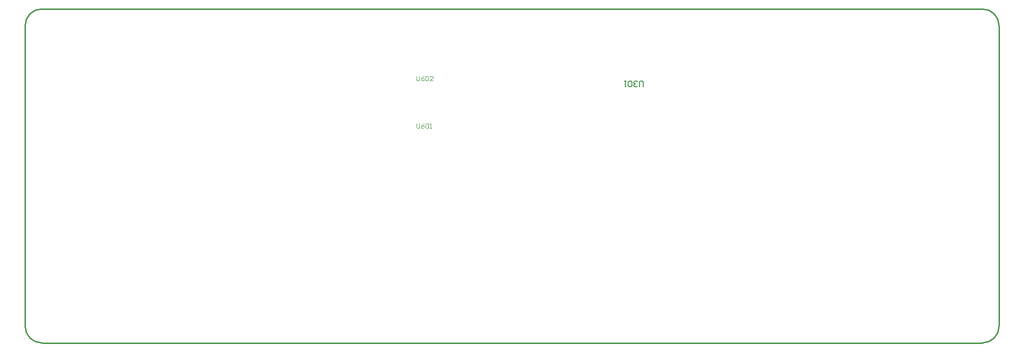
<source format=gm1>
G04*
G04 #@! TF.GenerationSoftware,Altium Limited,Altium Designer,24.4.1 (13)*
G04*
G04 Layer_Color=16711935*
%FSLAX44Y44*%
%MOMM*%
G71*
G04*
G04 #@! TF.SameCoordinates,002769C6-68FF-4E06-BC95-C638BAA8078C*
G04*
G04*
G04 #@! TF.FilePolarity,Positive*
G04*
G01*
G75*
%ADD10C,0.2540*%
%ADD120C,0.1778*%
%ADD121C,0.1000*%
D10*
X1750000Y570000D02*
G03*
X1720000Y600000I-30000J-0D01*
G01*
Y0D02*
G03*
X1750000Y30000I0J30000D01*
G01*
X30000Y600000D02*
G03*
X0Y570000I0J-30000D01*
G01*
Y30000D02*
G03*
X30000Y0I30000J0D01*
G01*
X0Y30000D02*
Y570000D01*
X30000Y600000D02*
X1720000D01*
X1750000Y30000D02*
Y570000D01*
X30000Y0D02*
X1720000D01*
D120*
X1110240Y459923D02*
Y468387D01*
X1108547Y470080D01*
X1105162D01*
X1103469Y468387D01*
Y459923D01*
X1100083Y461616D02*
X1098391Y459923D01*
X1095005D01*
X1093312Y461616D01*
Y463309D01*
X1095005Y465002D01*
X1096698D01*
X1095005D01*
X1093312Y466694D01*
Y468387D01*
X1095005Y470080D01*
X1098391D01*
X1100083Y468387D01*
X1089927Y461616D02*
X1088234Y459923D01*
X1084848D01*
X1083155Y461616D01*
Y468387D01*
X1084848Y470080D01*
X1088234D01*
X1089927Y468387D01*
Y461616D01*
X1079770Y470080D02*
X1076384D01*
X1078077D01*
Y459923D01*
X1079770Y461616D01*
D121*
X703490Y479187D02*
Y472523D01*
X704823Y471190D01*
X707489D01*
X708822Y472523D01*
Y479187D01*
X716819D02*
X714153Y477854D01*
X711487Y475189D01*
Y472523D01*
X712820Y471190D01*
X715486D01*
X716819Y472523D01*
Y473856D01*
X715486Y475189D01*
X711487D01*
X719485Y477854D02*
X720818Y479187D01*
X723484D01*
X724817Y477854D01*
Y472523D01*
X723484Y471190D01*
X720818D01*
X719485Y472523D01*
Y477854D01*
X732814Y471190D02*
X727482D01*
X732814Y476522D01*
Y477854D01*
X731481Y479187D01*
X728815D01*
X727482Y477854D01*
X703490Y394187D02*
Y387523D01*
X704823Y386190D01*
X707489D01*
X708822Y387523D01*
Y394187D01*
X716819D02*
X714153Y392854D01*
X711487Y390189D01*
Y387523D01*
X712820Y386190D01*
X715486D01*
X716819Y387523D01*
Y388856D01*
X715486Y390189D01*
X711487D01*
X719485Y392854D02*
X720818Y394187D01*
X723484D01*
X724817Y392854D01*
Y387523D01*
X723484Y386190D01*
X720818D01*
X719485Y387523D01*
Y392854D01*
X727482Y386190D02*
X730148D01*
X728815D01*
Y394187D01*
X727482Y392854D01*
M02*

</source>
